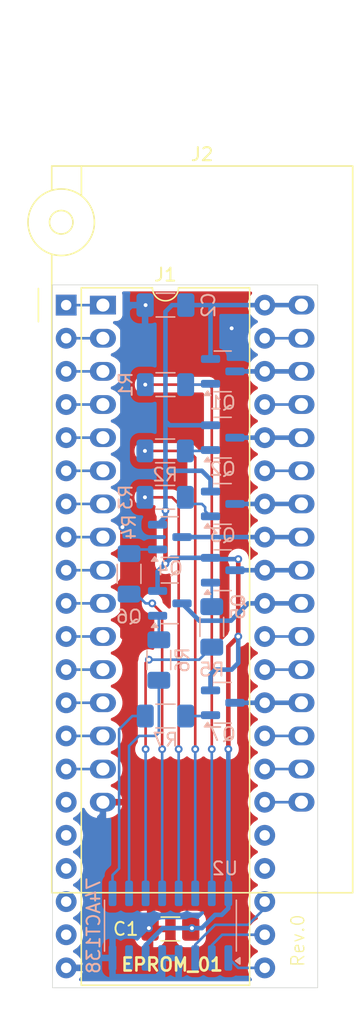
<source format=kicad_pcb>
(kicad_pcb (version 20240108) (generator "pcbnew") (generator_version "8.0")
  (layers (0 "F.Cu" signal) (31 "B.Cu" signal) (34 "B.Paste" user) (35 "F.Paste" user) (36 "B.SilkS" user "B.Silkscreen") (37 "F.SilkS" user "F.Silkscreen") (38 "B.Mask" user) (39 "F.Mask" user) (44 "Edge.Cuts" user))
  (net 0 "")
  (net 1 "GND")
  (net 2 "VCC")
  (net 3 "/ZIF_16")
  (net 4 "/ZIF_36")
  (net 5 "/ZIF_38")
  (net 6 "/ZIF_7")
  (net 7 "/ZIF_29")
  (net 8 "/ZIF_4")
  (net 9 "/ZIF_41")
  (net 10 "/ZIF_2")
  (net 11 "/ZIF_1")
  (net 12 "/ZIF_32")
  (net 13 "/ZIF_25")
  (net 14 "/ZIF_27")
  (net 15 "/ZIF_33")
  (net 16 "/ZIF_24")
  (net 17 "/ZIF_39")
  (net 18 "/ZIF_17")
  (net 19 "/ZIF_37")
  (net 20 "/ZIF_11")
  (net 21 "/ZIF_18")
  (net 22 "/ZIF_28")
  (net 23 "/ZIF_15")
  (net 24 "/ZIF_31")
  (net 25 "/ZIF_23")
  (net 26 "/ZIF_30")
  (net 27 "/ZIF_6")
  (net 28 "/ZIF_34")
  (net 29 "/ZIF_14")
  (net 30 "/ZIF_40")
  (net 31 "/ZIF_35")
  (net 32 "/ZIF_19")
  (net 33 "/ZIF_5")
  (net 34 "/ZIF_12")
  (net 35 "/ZIF_9")
  (net 36 "/ZIF_26")
  (net 37 "/ZIF_20")
  (net 38 "/ZIF_8")
  (net 39 "/ZIF_10")
  (net 40 "/ZIF_22")
  (net 41 "/ZIF_3")
  (net 42 "/ZIF_13")
  (net 43 "Net-(Q1-B)")
  (net 44 "Net-(Q2-B)")
  (net 45 "Net-(Q3-B)")
  (net 46 "Net-(Q4-B)")
  (net 47 "Net-(Q5-B)")
  (net 48 "Net-(Q6-B)")
  (net 49 "Net-(Q7-B)")
  (net 50 "/~{PWR_0}")
  (net 51 "/~{PWR_1}")
  (net 52 "/~{PWR_2}")
  (net 53 "/~{PWR_3}")
  (net 54 "/~{PWR_4}")
  (net 55 "/~{PWR_5}")
  (net 56 "/~{PWR_6}")
  (footprint "Package_DIP:DIP-42_W15.24mm" (layer "F.Cu") (at 147.32 49.022)
    (property "Reference" "J1" (at 7.62 -2.33 0) (layer "F.SilkS"))
    (property "Value" "dupico")
    (fp_line (start 1.16 -1.33) (end 1.16 52.13) (stroke (width 0.12)) (layer "F.SilkS"))
    (fp_line (start 1.16 52.13) (end 14.08 52.13) (stroke (width 0.12)) (layer "F.SilkS"))
    (fp_line (start 6.62 -1.33) (end 1.16 -1.33) (stroke (width 0.12)) (layer "F.SilkS"))
    (fp_line (start 14.08 -1.33) (end 8.62 -1.33) (stroke (width 0.12)) (layer "F.SilkS"))
    (fp_line (start 14.08 52.13) (end 14.08 -1.33) (stroke (width 0.12)) (layer "F.SilkS"))
    (fp_arc (start 8.62 -1.33) (mid 7.62 -0.33) (end 6.62 -1.33) (stroke (width 0.12)) (layer "F.SilkS"))
    (pad "1" thru_hole rect (at 0 0) (size 1.6 1.6) (drill 0.8) (layers "*.Cu" "*.Mask") (net 11 "/ZIF_1"))
    (pad "2" thru_hole oval (at 0 2.54) (size 1.6 1.6) (drill 0.8) (layers "*.Cu" "*.Mask") (net 10 "/ZIF_2"))
    (pad "3" thru_hole oval (at 0 5.08) (size 1.6 1.6) (drill 0.8) (layers "*.Cu" "*.Mask") (net 41 "/ZIF_3"))
    (pad "4" thru_hole oval (at 0 7.62) (size 1.6 1.6) (drill 0.8) (layers "*.Cu" "*.Mask") (net 8 "/ZIF_4"))
    (pad "5" thru_hole oval (at 0 10.16) (size 1.6 1.6) (drill 0.8) (layers "*.Cu" "*.Mask") (net 33 "/ZIF_5"))
    (pad "6" thru_hole oval (at 0 12.7) (size 1.6 1.6) (drill 0.8) (layers "*.Cu" "*.Mask") (net 27 "/ZIF_6"))
    (pad "7" thru_hole oval (at 0 15.24) (size 1.6 1.6) (drill 0.8) (layers "*.Cu" "*.Mask") (net 6 "/ZIF_7"))
    (pad "8" thru_hole oval (at 0 17.78) (size 1.6 1.6) (drill 0.8) (layers "*.Cu" "*.Mask") (net 38 "/ZIF_8"))
    (pad "9" thru_hole oval (at 0 20.32) (size 1.6 1.6) (drill 0.8) (layers "*.Cu" "*.Mask") (net 35 "/ZIF_9"))
    (pad "10" thru_hole oval (at 0 22.86) (size 1.6 1.6) (drill 0.8) (layers "*.Cu" "*.Mask") (net 39 "/ZIF_10"))
    (pad "11" thru_hole oval (at 0 25.4) (size 1.6 1.6) (drill 0.8) (layers "*.Cu" "*.Mask") (net 20 "/ZIF_11"))
    (pad "12" thru_hole oval (at 0 27.94) (size 1.6 1.6) (drill 0.8) (layers "*.Cu" "*.Mask") (net 34 "/ZIF_12"))
    (pad "13" thru_hole oval (at 0 30.48) (size 1.6 1.6) (drill 0.8) (layers "*.Cu" "*.Mask") (net 42 "/ZIF_13"))
    (pad "14" thru_hole oval (at 0 33.02) (size 1.6 1.6) (drill 0.8) (layers "*.Cu" "*.Mask") (net 29 "/ZIF_14"))
    (pad "15" thru_hole oval (at 0 35.56) (size 1.6 1.6) (drill 0.8) (layers "*.Cu" "*.Mask") (net 23 "/ZIF_15"))
    (pad "16" thru_hole oval (at 0 38.1) (size 1.6 1.6) (drill 0.8) (layers "*.Cu" "*.Mask") (net 3 "/ZIF_16"))
    (pad "17" thru_hole oval (at 0 40.64) (size 1.6 1.6) (drill 0.8) (layers "*.Cu" "*.Mask") (net 18 "/ZIF_17"))
    (pad "18" thru_hole oval (at 0 43.18) (size 1.6 1.6) (drill 0.8) (layers "*.Cu" "*.Mask") (net 21 "/ZIF_18"))
    (pad "19" thru_hole oval (at 0 45.72) (size 1.6 1.6) (drill 0.8) (layers "*.Cu" "*.Mask") (net 32 "/ZIF_19"))
    (pad "20" thru_hole oval (at 0 48.26) (size 1.6 1.6) (drill 0.8) (layers "*.Cu" "*.Mask") (net 37 "/ZIF_20"))
    (pad "21" thru_hole oval (at 0 50.8) (size 1.6 1.6) (drill 0.8) (layers "*.Cu" "*.Mask") (net 1 "GND"))
    (pad "22" thru_hole oval (at 15.24 50.8) (size 1.6 1.6) (drill 0.8) (layers "*.Cu" "*.Mask") (net 40 "/ZIF_22"))
    (pad "23" thru_hole oval (at 15.24 48.26) (size 1.6 1.6) (drill 0.8) (layers "*.Cu" "*.Mask") (net 25 "/ZIF_23"))
    (pad "24" thru_hole oval (at 15.24 45.72) (size 1.6 1.6) (drill 0.8) (layers "*.Cu" "*.Mask") (net 16 "/ZIF_24"))
    (pad "25" thru_hole oval (at 15.24 43.18) (size 1.6 1.6) (drill 0.8) (layers "*.Cu" "*.Mask") (net 13 "/ZIF_25"))
    (pad "26" thru_hole oval (at 15.24 40.64) (size 1.6 1.6) (drill 0.8) (layers "*.Cu" "*.Mask") (net 36 "/ZIF_26"))
    (pad "27" thru_hole oval (at 15.24 38.1) (size 1.6 1.6) (drill 0.8) (layers "*.Cu" "*.Mask") (net 14 "/ZIF_27"))
    (pad "28" thru_hole oval (at 15.24 35.56) (size 1.6 1.6) (drill 0.8) (layers "*.Cu" "*.Mask") (net 22 "/ZIF_28"))
    (pad "29" thru_hole oval (at 15.24 33.02) (size 1.6 1.6) (drill 0.8) (layers "*.Cu" "*.Mask") (net 7 "/ZIF_29"))
    (pad "30" thru_hole oval (at 15.24 30.48) (size 1.6 1.6) (drill 0.8) (layers "*.Cu" "*.Mask") (net 26 "/ZIF_30"))
    (pad "31" thru_hole oval (at 15.24 27.94) (size 1.6 1.6) (drill 0.8) (layers "*.Cu" "*.Mask") (net 24 "/ZIF_31"))
    (pad "32" thru_hole oval (at 15.24 25.4) (size 1.6 1.6) (drill 0.8) (layers "*.Cu" "*.Mask") (net 12 "/ZIF_32"))
    (pad "33" thru_hole oval (at 15.24 22.86) (size 1.6 1.6) (drill 0.8) (layers "*.Cu" "*.Mask") (net 15 "/ZIF_33"))
    (pad "34" thru_hole oval (at 15.24 20.32) (size 1.6 1.6) (drill 0.8) (layers "*.Cu" "*.Mask") (net 28 "/ZIF_34"))
    (pad "35" thru_hole oval (at 15.24 17.78) (size 1.6 1.6) (drill 0.8) (layers "*.Cu" "*.Mask") (net 31 "/ZIF_35"))
    (pad "36" thru_hole oval (at 15.24 15.24) (size 1.6 1.6) (drill 0.8) (layers "*.Cu" "*.Mask") (net 4 "/ZIF_36"))
    (pad "37" thru_hole oval (at 15.24 12.7) (size 1.6 1.6) (drill 0.8) (layers "*.Cu" "*.Mask") (net 19 "/ZIF_37"))
    (pad "38" thru_hole oval (at 15.24 10.16) (size 1.6 1.6) (drill 0.8) (layers "*.Cu" "*.Mask") (net 5 "/ZIF_38"))
    (pad "39" thru_hole oval (at 15.24 7.62) (size 1.6 1.6) (drill 0.8) (layers "*.Cu" "*.Mask") (net 17 "/ZIF_39"))
    (pad "40" thru_hole oval (at 15.24 5.08) (size 1.6 1.6) (drill 0.8) (layers "*.Cu" "*.Mask") (net 30 "/ZIF_40"))
    (pad "41" thru_hole oval (at 15.24 2.54) (size 1.6 1.6) (drill 0.8) (layers "*.Cu" "*.Mask") (net 9 "/ZIF_41"))
    (pad "42" thru_hole oval (at 15.24 0) (size 1.6 1.6) (drill 0.8) (layers "*.Cu" "*.Mask") (net 2 "VCC"))
  )
  (footprint "Socket:DIP_Socket-32_W11.9_W12.7_W15.24_W17.78_W18.5_3M_232-1285-00-0602J" (layer "F.Cu") (at 150.1394 49.022)
    (property "Reference" "J2" (at 7.62 -11.56 0) (layer "F.SilkS"))
    (property "Value" "ROM Socket")
    (fp_line (start -4.95 1.27) (end -4.95 -1.27) (stroke (width 0.12)) (layer "F.SilkS"))
    (fp_line (start -3.93 -10.66) (end -3.93 -8.8) (stroke (width 0.12)) (layer "F.SilkS"))
    (fp_line (start -3.93 -3.9) (end -3.93 45.04) (stroke (width 0.12)) (layer "F.SilkS"))
    (fp_line (start -3.93 45.04) (end 19.17 45.04) (stroke (width 0.12)) (layer "F.SilkS"))
    (fp_line (start -1.65 -10.66) (end -1.65 -8.4) (stroke (width 0.12)) (layer "F.SilkS"))
    (fp_line (start 19.17 -10.66) (end -3.93 -10.66) (stroke (width 0.12)) (layer "F.SilkS"))
    (fp_line (start 19.17 45.04) (end 19.17 -10.66) (stroke (width 0.12)) (layer "F.SilkS"))
    (fp_circle (center -3.2 -6.35) (end -2.3 -6.35) (stroke (width 0.12)) (fill none) (layer "F.SilkS"))
    (fp_circle (center -3.2 -6.35) (end -0.65 -6.35) (stroke (width 0.12)) (fill none) (layer "F.SilkS"))
    (pad "1" thru_hole rect (at 0 0) (size 2 1.44) (drill 1) (layers "*.Cu" "*.Mask") (net 11 "/ZIF_1"))
    (pad "2" thru_hole oval (at 0 2.54) (size 2 1.44) (drill 1) (layers "*.Cu" "*.Mask") (net 10 "/ZIF_2"))
    (pad "3" thru_hole oval (at 0 5.08) (size 2 1.44) (drill 1) (layers "*.Cu" "*.Mask") (net 41 "/ZIF_3"))
    (pad "4" thru_hole oval (at 0 7.62) (size 2 1.44) (drill 1) (layers "*.Cu" "*.Mask") (net 8 "/ZIF_4"))
    (pad "5" thru_hole oval (at 0 10.16) (size 2 1.44) (drill 1) (layers "*.Cu" "*.Mask") (net 33 "/ZIF_5"))
    (pad "6" thru_hole oval (at 0 12.7) (size 2 1.44) (drill 1) (layers "*.Cu" "*.Mask") (net 27 "/ZIF_6"))
    (pad "7" thru_hole oval (at 0 15.24) (size 2 1.44) (drill 1) (layers "*.Cu" "*.Mask") (net 6 "/ZIF_7"))
    (pad "8" thru_hole oval (at 0 17.78) (size 2 1.44) (drill 1) (layers "*.Cu" "*.Mask") (net 38 "/ZIF_8"))
    (pad "9" thru_hole oval (at 0 20.32) (size 2 1.44) (drill 1) (layers "*.Cu" "*.Mask") (net 35 "/ZIF_9"))
    (pad "10" thru_hole oval (at 0 22.86) (size 2 1.44) (drill 1) (layers "*.Cu" "*.Mask") (net 39 "/ZIF_10"))
    (pad "11" thru_hole oval (at 0 25.4) (size 2 1.44) (drill 1) (layers "*.Cu" "*.Mask") (net 20 "/ZIF_11"))
    (pad "12" thru_hole oval (at 0 27.94) (size 2 1.44) (drill 1) (layers "*.Cu" "*.Mask") (net 34 "/ZIF_12"))
    (pad "13" thru_hole oval (at 0 30.48) (size 2 1.44) (drill 1) (layers "*.Cu" "*.Mask") (net 42 "/ZIF_13"))
    (pad "14" thru_hole oval (at 0 33.02) (size 2 1.44) (drill 1) (layers "*.Cu" "*.Mask") (net 29 "/ZIF_14"))
    (pad "15" thru_hole oval (at 0 35.56) (size 2 1.44) (drill 1) (layers "*.Cu" "*.Mask") (net 23 "/ZIF_15"))
    (pad "16" thru_hole oval (at 0 38.1) (size 2 1.44) (drill 1) (layers "*.Cu" "*.Mask") (net 1 "GND"))
    (pad "17" thru_hole oval (at 15.24 38.1) (size 2 1.44) (drill 1) (layers "*.Cu" "*.Mask") (net 14 "/ZIF_27"))
    (pad "18" thru_hole oval (at 15.24 35.56) (size 2 1.44) (drill 1) (layers "*.Cu" "*.Mask") (net 22 "/ZIF_28"))
    (pad "19" thru_hole oval (at 15.24 33.02) (size 2 1.44) (drill 1) (layers "*.Cu" "*.Mask") (net 7 "/ZIF_29"))
    (pad "20" thru_hole oval (at 15.24 30.48) (size 2 1.44) (drill 1) (layers "*.Cu" "*.Mask") (net 26 "/ZIF_30"))
    (pad "21" thru_hole oval (at 15.24 27.94) (size 2 1.44) (drill 1) (layers "*.Cu" "*.Mask") (net 24 "/ZIF_31"))
    (pad "22" thru_hole oval (at 15.24 25.4) (size 2 1.44) (drill 1) (layers "*.Cu" "*.Mask") (net 12 "/ZIF_32"))
    (pad "23" thru_hole oval (at 15.24 22.86) (size 2 1.44) (drill 1) (layers "*.Cu" "*.Mask") (net 15 "/ZIF_33"))
    (pad "24" thru_hole oval (at 15.24 20.32) (size 2 1.44) (drill 1) (layers "*.Cu" "*.Mask") (net 28 "/ZIF_34"))
    (pad "25" thru_hole oval (at 15.24 17.78) (size 2 1.44) (drill 1) (layers "*.Cu" "*.Mask") (net 31 "/ZIF_35"))
    (pad "26" thru_hole oval (at 15.24 15.24) (size 2 1.44) (drill 1) (layers "*.Cu" "*.Mask") (net 4 "/ZIF_36"))
    (pad "27" thru_hole oval (at 15.24 12.7) (size 2 1.44) (drill 1) (layers "*.Cu" "*.Mask") (net 19 "/ZIF_37"))
    (pad "28" thru_hole oval (at 15.24 10.16) (size 2 1.44) (drill 1) (layers "*.Cu" "*.Mask") (net 5 "/ZIF_38"))
    (pad "29" thru_hole oval (at 15.24 7.62) (size 2 1.44) (drill 1) (layers "*.Cu" "*.Mask") (net 17 "/ZIF_39"))
    (pad "30" thru_hole oval (at 15.24 5.08) (size 2 1.44) (drill 1) (layers "*.Cu" "*.Mask") (net 30 "/ZIF_40"))
    (pad "31" thru_hole oval (at 15.24 2.54) (size 2 1.44) (drill 1) (layers "*.Cu" "*.Mask") (net 9 "/ZIF_41"))
    (pad "32" thru_hole oval (at 15.24 0) (size 2 1.44) (drill 1) (layers "*.Cu" "*.Mask") (net 2 "VCC"))
  )
  (footprint "Capacitor_SMD:C_1206_3216Metric_Pad1.33x1.80mm_HandSolder" (layer "F.Cu") (at 155.321 96.839 180)
    (property "Reference" "C1" (at 3.429 0 180) (layer "F.SilkS"))
    (property "Value" "100nF")
    (fp_line (start -0.711252 0.91) (end 0.711252 0.91) (stroke (width 0.12)) (layer "F.SilkS"))
    (fp_line (start -0.711252 -0.91) (end 0.711252 -0.91) (stroke (width 0.12)) (layer "F.SilkS"))
    (pad "1" smd roundrect (at -1.5625 0 180) (size 1.325 1.8) (layers "F.Cu" "F.Paste" "F.Mask") (roundrect_rratio 0.188679) (net 2 "VCC"))
    (pad "2" smd roundrect (at 1.5625 0 180) (size 1.325 1.8) (layers "F.Cu" "F.Paste" "F.Mask") (roundrect_rratio 0.188679) (net 1 "GND"))
  )
  (footprint "Resistor_SMD:R_1206_3216Metric_Pad1.30x1.75mm_HandSolder" (layer "B.Cu") (at 154.432 76.226 90)
    (property "Reference" "R6" (at 0 1.82 90) (layer "B.SilkS") (effects (justify mirror)))
    (property "Value" "1k")
    (fp_line (start 0.727064 -0.91) (end -0.727064 -0.91) (stroke (width 0.12)) (layer "B.SilkS"))
    (fp_line (start 0.727064 0.91) (end -0.727064 0.91) (stroke (width 0.12)) (layer "B.SilkS"))
    (pad "1" smd roundrect (at -1.55 0 90) (size 1.3 1.75) (layers "B.Cu" "B.Paste" "B.Mask") (roundrect_rratio 0.192308) (net 55 "/~{PWR_5}"))
    (pad "2" smd roundrect (at 1.55 0 90) (size 1.3 1.75) (layers "B.Cu" "B.Paste" "B.Mask") (roundrect_rratio 0.192308) (net 48 "Net-(Q6-B)"))
  )
  (footprint "Resistor_SMD:R_1206_3216Metric_Pad1.30x1.75mm_HandSolder" (layer "B.Cu") (at 158.496 73.686 90)
    (property "Reference" "R5" (at -3.276 0 180) (layer "B.SilkS") (effects (justify mirror)))
    (property "Value" "1k")
    (fp_line (start 0.727064 -0.91) (end -0.727064 -0.91) (stroke (width 0.12)) (layer "B.SilkS"))
    (fp_line (start 0.727064 0.91) (end -0.727064 0.91) (stroke (width 0.12)) (layer "B.SilkS"))
    (pad "1" smd roundrect (at -1.55 0 90) (size 1.3 1.75) (layers "B.Cu" "B.Paste" "B.Mask") (roundrect_rratio 0.192308) (net 54 "/~{PWR_4}"))
    (pad "2" smd roundrect (at 1.55 0 90) (size 1.3 1.75) (layers "B.Cu" "B.Paste" "B.Mask") (roundrect_rratio 0.192308) (net 47 "Net-(Q5-B)"))
  )
  (footprint "Package_TO_SOT_SMD:SOT-23" (layer "B.Cu") (at 155.2725 71.882)
    (property "Reference" "Q6" (at -3.1265 1.016 0) (layer "B.SilkS") (effects (justify mirror)))
    (property "Value" "MMBT3906")
    (fp_line (start -0.65 -1.56) (end 0 -1.56) (stroke (width 0.12)) (layer "B.SilkS"))
    (fp_line (start -0.65 1.56) (end 0 1.56) (stroke (width 0.12)) (layer "B.SilkS"))
    (fp_line (start 0.65 -1.56) (end 0 -1.56) (stroke (width 0.12)) (layer "B.SilkS"))
    (fp_line (start 0.65 1.56) (end 0 1.56) (stroke (width 0.12)) (layer "B.SilkS"))
    (fp_poly (pts (xy -1.1625 1.51) (xy -1.4025 1.84) (xy -0.9225 1.84) (xy -1.1625 1.51)) (stroke (width 0.12)) (fill solid) (layer "B.SilkS"))
    (pad "1" smd roundrect (at -0.9375 0.95) (size 1.475 0.6) (layers "B.Cu" "B.Paste" "B.Mask") (net 48 "Net-(Q6-B)"))
    (pad "2" smd roundrect (at -0.9375 -0.95) (size 1.475 0.6) (layers "B.Cu" "B.Paste" "B.Mask") (net 2 "VCC"))
    (pad "3" smd roundrect (at 0.9375 0) (size 1.475 0.6) (layers "B.Cu" "B.Paste" "B.Mask") (net 15 "/ZIF_33"))
  )
  (footprint "Resistor_SMD:R_1206_3216Metric_Pad1.30x1.75mm_HandSolder" (layer "B.Cu") (at 154.94 55.118)
    (property "Reference" "R1" (at -3.048 0 90) (layer "B.SilkS") (effects (justify mirror)))
    (property "Value" "1k" (hide yes))
    (fp_line (start 0.727064 -0.91) (end -0.727064 -0.91) (stroke (width 0.12)) (layer "B.SilkS"))
    (fp_line (start 0.727064 0.91) (end -0.727064 0.91) (stroke (width 0.12)) (layer "B.SilkS"))
    (pad "1" smd roundrect (at -1.55 0) (size 1.3 1.75) (layers "B.Cu" "B.Paste" "B.Mask") (roundrect_rratio 0.192308) (net 50 "/~{PWR_0}"))
    (pad "2" smd roundrect (at 1.55 0) (size 1.3 1.75) (layers "B.Cu" "B.Paste" "B.Mask") (roundrect_rratio 0.192308) (net 43 "Net-(Q1-B)"))
  )
  (footprint "Package_TO_SOT_SMD:SOT-23" (layer "B.Cu") (at 159.3365 54.102)
    (property "Reference" "Q1" (at 0 2.4 0) (layer "B.SilkS") (effects (justify mirror)))
    (property "Value" "MMBT3906")
    (fp_line (start -0.65 -1.56) (end 0 -1.56) (stroke (width 0.12)) (layer "B.SilkS"))
    (fp_line (start -0.65 1.56) (end 0 1.56) (stroke (width 0.12)) (layer "B.SilkS"))
    (fp_line (start 0.65 -1.56) (end 0 -1.56) (stroke (width 0.12)) (layer "B.SilkS"))
    (fp_line (start 0.65 1.56) (end 0 1.56) (stroke (width 0.12)) (layer "B.SilkS"))
    (fp_poly (pts (xy -1.1625 1.51) (xy -1.4025 1.84) (xy -0.9225 1.84) (xy -1.1625 1.51)) (stroke (width 0.12)) (fill solid) (layer "B.SilkS"))
    (pad "1" smd roundrect (at -0.9375 0.95) (size 1.475 0.6) (layers "B.Cu" "B.Paste" "B.Mask") (net 43 "Net-(Q1-B)"))
    (pad "2" smd roundrect (at -0.9375 -0.95) (size 1.475 0.6) (layers "B.Cu" "B.Paste" "B.Mask") (net 2 "VCC"))
    (pad "3" smd roundrect (at 0.9375 0) (size 1.475 0.6) (layers "B.Cu" "B.Paste" "B.Mask") (net 30 "/ZIF_40"))
  )
  (footprint "Resistor_SMD:R_1206_3216Metric_Pad1.30x1.75mm_HandSolder" (layer "B.Cu") (at 152.146 69.622 90)
    (property "Reference" "R4" (at 3.582 0 90) (layer "B.SilkS") (effects (justify mirror)))
    (property "Value" "1k")
    (fp_line (start 0.727064 -0.91) (end -0.727064 -0.91) (stroke (width 0.12)) (layer "B.SilkS"))
    (fp_line (start 0.727064 0.91) (end -0.727064 0.91) (stroke (width 0.12)) (layer "B.SilkS"))
    (pad "1" smd roundrect (at -1.55 0 90) (size 1.3 1.75) (layers "B.Cu" "B.Paste" "B.Mask") (roundrect_rratio 0.192308) (net 53 "/~{PWR_3}"))
    (pad "2" smd roundrect (at 1.55 0 90) (size 1.3 1.75) (layers "B.Cu" "B.Paste" "B.Mask") (roundrect_rratio 0.192308) (net 46 "Net-(Q4-B)"))
  )
  (footprint "Package_SO:SOIC-16_3.9x9.9mm_P1.27mm" (layer "B.Cu") (at 155.321 96.585 90)
    (property "Reference" "U2" (at 4.383 4.191 180) (layer "B.SilkS") (effects (justify mirror)))
    (property "Value" "74ACT138" (at 0 -5.9 90) (layer "B.SilkS") (effects (justify mirror)))
    (fp_line (start 1.95 -5.06) (end 0 -5.06) (stroke (width 0.12)) (layer "B.SilkS"))
    (fp_line (start -1.95 -5.06) (end 0 -5.06) (stroke (width 0.12)) (layer "B.SilkS"))
    (fp_line (start 1.95 5.06) (end 0 5.06) (stroke (width 0.12)) (layer "B.SilkS"))
    (fp_line (start -1.95 5.06) (end 0 5.06) (stroke (width 0.12)) (layer "B.SilkS"))
    (fp_poly (pts (xy -2.7 5.005) (xy -2.94 5.335) (xy -2.46 5.335) (xy -2.7 5.005)) (stroke (width 0.12)) (fill solid) (layer "B.SilkS"))
    (pad "1" smd roundrect (at -2.475 4.445 90) (size 1.95 0.6) (layers "B.Cu" "B.Paste" "B.Mask") (net 40 "/ZIF_22"))
    (pad "2" smd roundrect (at -2.475 3.175 90) (size 1.95 0.6) (layers "B.Cu" "B.Paste" "B.Mask") (net 25 "/ZIF_23"))
    (pad "3" smd roundrect (at -2.475 1.905 90) (size 1.95 0.6) (layers "B.Cu" "B.Paste" "B.Mask") (net 16 "/ZIF_24"))
    (pad "4" smd roundrect (at -2.475 0.635 90) (size 1.95 0.6) (layers "B.Cu" "B.Paste" "B.Mask") (net 1 "GND"))
    (pad "5" smd roundrect (at -2.475 -0.635 90) (size 1.95 0.6) (layers "B.Cu" "B.Paste" "B.Mask") (net 1 "GND"))
    (pad "6" smd roundrect (at -2.475 -1.905 90) (size 1.95 0.6) (layers "B.Cu" "B.Paste" "B.Mask") (net 2 "VCC"))
    (pad "7" smd roundrect (at -2.475 -3.175 90) (size 1.95 0.6) (layers "B.Cu" "B.Paste" "B.Mask"))
    (pad "8" smd roundrect (at -2.475 -4.445 90) (size 1.95 0.6) (layers "B.Cu" "B.Paste" "B.Mask") (net 1 "GND"))
    (pad "9" smd roundrect (at 2.475 -4.445 90) (size 1.95 0.6) (layers "B.Cu" "B.Paste" "B.Mask") (net 56 "/~{PWR_6}"))
    (pad "10" smd roundrect (at 2.475 -3.175 90) (size 1.95 0.6) (layers "B.Cu" "B.Paste" "B.Mask") (net 55 "/~{PWR_5}"))
    (pad "11" smd roundrect (at 2.475 -1.905 90) (size 1.95 0.6) (layers "B.Cu" "B.Paste" "B.Mask") (net 54 "/~{PWR_4}"))
    (pad "12" smd roundrect (at 2.475 -0.635 90) (size 1.95 0.6) (layers "B.Cu" "B.Paste" "B.Mask") (net 53 "/~{PWR_3}"))
    (pad "13" smd roundrect (at 2.475 0.635 90) (size 1.95 0.6) (layers "B.Cu" "B.Paste" "B.Mask") (net 52 "/~{PWR_2}"))
    (pad "14" smd roundrect (at 2.475 1.905 90) (size 1.95 0.6) (layers "B.Cu" "B.Paste" "B.Mask") (net 51 "/~{PWR_1}"))
    (pad "15" smd roundrect (at 2.475 3.175 90) (size 1.95 0.6) (layers "B.Cu" "B.Paste" "B.Mask") (net 50 "/~{PWR_0}"))
    (pad "16" smd roundrect (at 2.475 4.445 90) (size 1.95 0.6) (layers "B.Cu" "B.Paste" "B.Mask") (net 2 "VCC"))
  )
  (footprint "Package_TO_SOT_SMD:SOT-23" (layer "B.Cu") (at 159.3365 79.502)
    (property "Reference" "Q7" (at 0 2.4 0) (layer "B.SilkS") (effects (justify mirror)))
    (property "Value" "MMBT3906")
    (fp_line (start -0.65 -1.56) (end 0 -1.56) (stroke (width 0.12)) (layer "B.SilkS"))
    (fp_line (start -0.65 1.56) (end 0 1.56) (stroke (width 0.12)) (layer "B.SilkS"))
    (fp_line (start 0.65 -1.56) (end 0 -1.56) (stroke (width 0.12)) (layer "B.SilkS"))
    (fp_line (start 0.65 1.56) (end 0 1.56) (stroke (width 0.12)) (layer "B.SilkS"))
    (fp_poly (pts (xy -1.1625 1.51) (xy -1.4025 1.84) (xy -0.9225 1.84) (xy -1.1625 1.51)) (stroke (width 0.12)) (fill solid) (layer "B.SilkS"))
    (pad "1" smd roundrect (at -0.9375 0.95) (size 1.475 0.6) (layers "B.Cu" "B.Paste" "B.Mask") (net 49 "Net-(Q7-B)"))
    (pad "2" smd roundrect (at -0.9375 -0.95) (size 1.475 0.6) (layers "B.Cu" "B.Paste" "B.Mask") (net 2 "VCC"))
    (pad "3" smd roundrect (at 0.9375 0) (size 1.475 0.6) (layers "B.Cu" "B.Paste" "B.Mask") (net 26 "/ZIF_30"))
  )
  (footprint "Package_TO_SOT_SMD:SOT-23" (layer "B.Cu") (at 159.3365 69.342)
    (property "Reference" "Q5" (at 1.1915 2.794 90) (layer "B.SilkS") (effects (justify mirror)))
    (property "Value" "MMBT3906")
    (fp_line (start -0.65 -1.56) (end 0 -1.56) (stroke (width 0.12)) (layer "B.SilkS"))
    (fp_line (start -0.65 1.56) (end 0 1.56) (stroke (width 0.12)) (layer "B.SilkS"))
    (fp_line (start 0.65 -1.56) (end 0 -1.56) (stroke (width 0.12)) (layer "B.SilkS"))
    (fp_line (start 0.65 1.56) (end 0 1.56) (stroke (width 0.12)) (layer "B.SilkS"))
    (fp_poly (pts (xy -1.1625 1.51) (xy -1.4025 1.84) (xy -0.9225 1.84) (xy -1.1625 1.51)) (stroke (width 0.12)) (fill solid) (layer "B.SilkS"))
    (pad "1" smd roundrect (at -0.9375 0.95) (size 1.475 0.6) (layers "B.Cu" "B.Paste" "B.Mask") (net 47 "Net-(Q5-B)"))
    (pad "2" smd roundrect (at -0.9375 -0.95) (size 1.475 0.6) (layers "B.Cu" "B.Paste" "B.Mask") (net 2 "VCC"))
    (pad "3" smd roundrect (at 0.9375 0) (size 1.475 0.6) (layers "B.Cu" "B.Paste" "B.Mask") (net 28 "/ZIF_34"))
  )
  (footprint "Resistor_SMD:R_1206_3216Metric_Pad1.30x1.75mm_HandSolder" (layer "B.Cu") (at 154.94 80.518)
    (property "Reference" "R7" (at 0 1.82 0) (layer "B.SilkS") (effects (justify mirror)))
    (property "Value" "1k")
    (fp_line (start 0.727064 -0.91) (end -0.727064 -0.91) (stroke (width 0.12)) (layer "B.SilkS"))
    (fp_line (start 0.727064 0.91) (end -0.727064 0.91) (stroke (width 0.12)) (layer "B.SilkS"))
    (pad "1" smd roundrect (at -1.55 0) (size 1.3 1.75) (layers "B.Cu" "B.Paste" "B.Mask") (roundrect_rratio 0.192308) (net 56 "/~{PWR_6}"))
    (pad "2" smd roundrect (at 1.55 0) (size 1.3 1.75) (layers "B.Cu" "B.Paste" "B.Mask") (roundrect_rratio 0.192308) (net 49 "Net-(Q7-B)"))
  )
  (footprint "Capacitor_SMD:C_1206_3216Metric_Pad1.33x1.80mm_HandSolder" (layer "B.Cu") (at 154.94 49.022 180)
    (property "Reference" "C2" (at -3.302 0 90) (layer "B.SilkS") (effects (justify mirror)))
    (property "Value" "100nF")
    (fp_line (start 0.711252 0.91) (end -0.711252 0.91) (stroke (width 0.12)) (layer "B.SilkS"))
    (fp_line (start 0.711252 -0.91) (end -0.711252 -0.91) (stroke (width 0.12)) (layer "B.SilkS"))
    (pad "1" smd roundrect (at -1.5625 0 180) (size 1.325 1.8) (layers "B.Cu" "B.Paste" "B.Mask") (roundrect_rratio 0.188679) (net 2 "VCC"))
    (pad "2" smd roundrect (at 1.5625 0 180) (size 1.325 1.8) (layers "B.Cu" "B.Paste" "B.Mask") (roundrect_rratio 0.188679) (net 1 "GND"))
  )
  (footprint "Resistor_SMD:R_1206_3216Metric_Pad1.30x1.75mm_HandSolder" (layer "B.Cu") (at 154.914 63.754)
    (property "Reference" "R3" (at -3.022 0 90) (layer "B.SilkS") (effects (justify mirror)))
    (property "Value" "1k")
    (fp_line (start 0.727064 -0.91) (end -0.727064 -0.91) (stroke (width 0.12)) (layer "B.SilkS"))
    (fp_line (start 0.727064 0.91) (end -0.727064 0.91) (stroke (width 0.12)) (layer "B.SilkS"))
    (pad "1" smd roundrect (at -1.55 0) (size 1.3 1.75) (layers "B.Cu" "B.Paste" "B.Mask") (roundrect_rratio 0.192308) (net 52 "/~{PWR_2}"))
    (pad "2" smd roundrect (at 1.55 0) (size 1.3 1.75) (layers "B.Cu" "B.Paste" "B.Mask") (roundrect_rratio 0.192308) (net 45 "Net-(Q3-B)"))
  )
  (footprint "Resistor_SMD:R_1206_3216Metric_Pad1.30x1.75mm_HandSolder" (layer "B.Cu") (at 154.914 60.198)
    (property "Reference" "R2" (at 0 1.82 0) (layer "B.SilkS") (effects (justify mirror)))
    (property "Value" "1k")
    (fp_line (start 0.727064 -0.91) (end -0.727064 -0.91) (stroke (width 0.12)) (layer "B.SilkS"))
    (fp_line (start 0.727064 0.91) (end -0.727064 0.91) (stroke (width 0.12)) (layer "B.SilkS"))
    (pad "1" smd roundrect (at -1.55 0) (size 1.3 1.75) (layers "B.Cu" "B.Paste" "B.Mask") (roundrect_rratio 0.192308) (net 51 "/~{PWR_1}"))
    (pad "2" smd roundrect (at 1.55 0) (size 1.3 1.75) (layers "B.Cu" "B.Paste" "B.Mask") (roundrect_rratio 0.192308) (net 44 "Net-(Q2-B)"))
  )
  (footprint "Package_TO_SOT_SMD:SOT-23" (layer "B.Cu") (at 155.2725 66.802)
    (property "Reference" "Q4" (at 0 2.4 0) (layer "B.SilkS") (effects (justify mirror)))
    (property "Value" "MMBT3906")
    (fp_line (start -0.65 -1.56) (end 0 -1.56) (stroke (width 0.12)) (layer "B.SilkS"))
    (fp_line (start -0.65 1.56) (end 0 1.56) (stroke (width 0.12)) (layer "B.SilkS"))
    (fp_line (start 0.65 -1.56) (end 0 -1.56) (stroke (width 0.12)) (layer "B.SilkS"))
    (fp_line (start 0.65 1.56) (end 0 1.56) (stroke (width 0.12)) (layer "B.SilkS"))
    (fp_poly (pts (xy -1.1625 1.51) (xy -1.4025 1.84) (xy -0.9225 1.84) (xy -1.1625 1.51)) (stroke (width 0.12)) (fill solid) (layer "B.SilkS"))
    (pad "1" smd roundrect (at -0.9375 0.95) (size 1.475 0.6) (layers "B.Cu" "B.Paste" "B.Mask") (net 46 "Net-(Q4-B)"))
    (pad "2" smd roundrect (at -0.9375 -0.95) (size 1.475 0.6) (layers "B.Cu" "B.Paste" "B.Mask") (net 2 "VCC"))
    (pad "3" smd roundrect (at 0.9375 0) (size 1.475 0.6) (layers "B.Cu" "B.Paste" "B.Mask") (net 31 "/ZIF_35"))
  )
  (footprint "Package_TO_SOT_SMD:SOT-23" (layer "B.Cu") (at 159.3365 59.182)
    (property "Reference" "Q2" (at 0 2.4 0) (layer "B.SilkS") (effects (justify mirror)))
    (property "Value" "MMBT3906")
    (fp_line (start -0.65 -1.56) (end 0 -1.56) (stroke (width 0.12)) (layer "B.SilkS"))
    (fp_line (start -0.65 1.56) (end 0 1.56) (stroke (width 0.12)) (layer "B.SilkS"))
    (fp_line (start 0.65 -1.56) (end 0 -1.56) (stroke (width 0.12)) (layer "B.SilkS"))
    (fp_line (start 0.65 1.56) (end 0 1.56) (stroke (width 0.12)) (layer "B.SilkS"))
    (fp_poly (pts (xy -1.1625 1.51) (xy -1.4025 1.84) (xy -0.9225 1.84) (xy -1.1625 1.51)) (stroke (width 0.12)) (fill solid) (layer "B.SilkS"))
    (pad "1" smd roundrect (at -0.9375 0.95) (size 1.475 0.6) (layers "B.Cu" "B.Paste" "B.Mask") (net 44 "Net-(Q2-B)"))
    (pad "2" smd roundrect (at -0.9375 -0.95) (size 1.475 0.6) (layers "B.Cu" "B.Paste" "B.Mask") (net 2 "VCC"))
    (pad "3" smd roundrect (at 0.9375 0) (size 1.475 0.6) (layers "B.Cu" "B.Paste" "B.Mask") (net 5 "/ZIF_38"))
  )
  (footprint "Package_TO_SOT_SMD:SOT-23" (layer "B.Cu") (at 159.3365 64.262)
    (property "Reference" "Q3" (at 0 2.4 0) (layer "B.SilkS") (effects (justify mirror)))
    (property "Value" "MMBT3906")
    (fp_line (start -0.65 -1.56) (end 0 -1.56) (stroke (width 0.12)) (layer "B.SilkS"))
    (fp_line (start -0.65 1.56) (end 0 1.56) (stroke (width 0.12)) (layer "B.SilkS"))
    (fp_line (start 0.65 -1.56) (end 0 -1.56) (stroke (width 0.12)) (layer "B.SilkS"))
    (fp_line (start 0.65 1.56) (end 0 1.56) (stroke (width 0.12)) (layer "B.SilkS"))
    (fp_poly (pts (xy -1.1625 1.51) (xy -1.4025 1.84) (xy -0.9225 1.84) (xy -1.1625 1.51)) (stroke (width 0.12)) (fill solid) (layer "B.SilkS"))
    (pad "1" smd roundrect (at -0.9375 0.95) (size 1.475 0.6) (layers "B.Cu" "B.Paste" "B.Mask") (net 45 "Net-(Q3-B)"))
    (pad "2" smd roundrect (at -0.9375 -0.95) (size 1.475 0.6) (layers "B.Cu" "B.Paste" "B.Mask") (net 2 "VCC"))
    (pad "3" smd roundrect (at 0.9375 0) (size 1.475 0.6) (layers "B.Cu" "B.Paste" "B.Mask") (net 4 "/ZIF_36"))
  )
  (gr_line (start 146.27 47.472) (end 146.27 101.346) (stroke (width 0.05)) (layer "Edge.Cuts"))
  (gr_line (start 166.624 101.346) (end 146.27 101.346) (stroke (width 0.05)) (layer "Edge.Cuts"))
  (gr_line (start 166.624 101.346) (end 166.624 47.472) (stroke (width 0.05)) (layer "Edge.Cuts"))
  (gr_line (start 146.27 47.472) (end 166.624 47.472) (stroke (width 0.05)) (layer "Edge.Cuts"))
  (gr_text "EPROM_01" (at 155.448 99.568 0) (layer "F.SilkS") (effects (font (size 1 1) (thickness 0.2) (bold yes))))
  (gr_text "Rev.0" (at 165.1 99.822 90) (layer "F.SilkS") (effects (font (size 1 1) (thickness 0.1)) (justify left)))
  (segment (start 159.766 49.276) (end 159.766 50.546) (width 0.35) (layer "F.Cu") (net 1))
  (segment (start 151.638 74.422) (end 151.892 74.676) (width 0.35) (layer "F.Cu") (net 1))
  (segment (start 159.766 50.546) (end 160.02 50.8) (width 0.35) (layer "F.Cu") (net 1))
  (segment (start 151.892 74.676) (end 151.892 76.454) (width 0.35) (layer "F.Cu") (net 1))
  (segment (start 151.892 86.868) (end 151.638 87.122) (width 0.35) (layer "F.Cu") (net 1))
  (segment (start 151.638 66.04) (end 151.638 74.422) (width 0.35) (layer "F.Cu") (net 1))
  (segment (start 159.512 49.022) (end 159.766 49.276) (width 0.35) (layer "F.Cu") (net 1))
  (segment (start 151.892 76.454) (end 151.892 86.868) (width 0.35) (layer "F.Cu") (net 1))
  (segment (start 151.638 87.122) (end 151.4348 87.122) (width 0.35) (layer "F.Cu") (net 1))
  (segment (start 153.416 49.022) (end 159.512 49.022) (width 0.35) (layer "F.Cu") (net 1))
  (segment (start 151.892 75.946) (end 151.892 76.454) (width 0.35) (layer "F.Cu") (net 1))
  (segment (start 151.4348 87.122) (end 150.1394 87.122) (width 0.35) (layer "F.Cu") (net 1))
  (segment (start 151.4348 87.122) (end 149.86 87.122) (width 0.35) (layer "F.Cu") (net 1))
  (via (at 151.638 66.04) (size 0.6) (drill 0.3) (layers "F.Cu" "B.Cu") (net 1))
  (via (at 153.416 49.022) (size 0.6) (drill 0.3) (layers "F.Cu" "B.Cu") (net 1))
  (via (at 153.67 96.774) (size 0.6) (drill 0.3) (layers "F.Cu" "B.Cu") (net 1))
  (via (at 160.02 50.8) (size 0.6) (drill 0.3) (layers "F.Cu" "B.Cu") (net 1))
  (segment (start 149.86 88.2904) (end 150.1394 88.011) (width 0.35) (layer "B.Cu") (net 1))
  (segment (start 151.638 50.292) (end 151.638 66.04) (width 0.35) (layer "B.Cu") (net 1))
  (segment (start 150.876 100.33) (end 151.006 100.46) (width 0.35) (layer "B.Cu") (net 1))
  (segment (start 149.352 99.822) (end 149.86 99.314) (width 0.35) (layer "B.Cu") (net 1))
  (segment (start 150.876 99.06) (end 150.876 97.282) (width 0.35) (layer "B.Cu") (net 1))
  (segment (start 151.384 96.774) (end 153.67 96.774) (width 0.35) (layer "B.Cu") (net 1))
  (segment (start 147.32 99.822) (end 149.352 99.822) (width 0.35) (layer "B.Cu") (net 1))
  (segment (start 154.686 100.034999) (end 154.686 99.06) (width 0.35) (layer "B.Cu") (net 1))
  (segment (start 150.876 97.282) (end 151.384 96.774) (width 0.35) (layer "B.Cu") (net 1))
  (segment (start 151.892 49.53) (end 151.892 50.038) (width 0.35) (layer "B.Cu") (net 1))
  (segment (start 149.86 98.806) (end 150.114 99.06) (width 0.35) (layer "B.Cu") (net 1))
  (segment (start 149.86 98.298) (end 149.86 98.806) (width 0.35) (layer "B.Cu") (net 1))
  (segment (start 155.956 99.06) (end 154.686 99.06) (width 0.35) (layer "B.Cu") (net 1))
  (segment (start 149.86 99.314) (end 149.86 98.298) (width 0.35) (layer "B.Cu") (net 1))
  (segment (start 150.876 99.06) (end 150.876 100.33) (width 0.35) (layer "B.Cu") (net 1))
  (segment (start 153.3775 49.022) (end 152.4 49.022) (width 0.35) (layer "B.Cu") (net 1))
  (segment (start 150.1394 88.011) (end 150.1394 87.122) (width 0.35) (layer "B.Cu") (net 1))
  (segment (start 151.006 100.46) (end 154.260999 100.46) (width 0.35) (layer "B.Cu") (net 1))
  (segment (start 152.4 49.022) (end 151.892 49.53) (width 0.35) (layer "B.Cu") (net 1))
  (segment (start 154.260999 100.46) (end 154.686 100.034999) (width 0.35) (layer "B.Cu") (net 1))
  (segment (start 151.892 50.038) (end 151.638 50.292) (width 0.35) (layer "B.Cu") (net 1))
  (segment (start 149.86 98.298) (end 149.86 88.2904) (width 0.35) (layer "B.Cu") (net 1))
  (segment (start 150.114 99.06) (end 150.876 99.06) (width 0.35) (layer "B.Cu") (net 1))
  (segment (start 160.528 74.422) (end 160.528 68.492) (width 0.35) (layer "F.Cu") (net 2))
  (segment (start 159.766 83.058) (end 159.766 75.184) (width 0.35) (layer "F.Cu") (net 2))
  (segment (start 154.94 68.834) (end 154.94 64.77) (width 0.35) (layer "F.Cu") (net 2))
  (segment (start 159.766 75.184) (end 160.528 74.422) (width 0.35) (layer "F.Cu") (net 2))
  (via (at 160.528 68.492) (size 0.6) (drill 0.3) (layers "F.Cu" "B.Cu") (net 2))
  (via (at 154.94 64.77) (size 0.6) (drill 0.3) (layers "F.Cu" "B.Cu") (net 2))
  (via (at 159.766 83.058) (size 0.6) (drill 0.3) (layers "F.Cu" "B.Cu") (net 2))
  (via (at 156.972 96.774) (size 0.6) (drill 0.3) (layers "F.Cu" "B.Cu") (net 2))
  (via (at 154.94 68.834) (size 0.6) (drill 0.3) (layers "F.Cu" "B.Cu") (net 2))
  (via (at 160.528 74.422) (size 0.6) (drill 0.3) (layers "F.Cu" "B.Cu") (net 2))
  (segment (start 153.416 98.085001) (end 154.727001 96.774) (width 0.35) (layer "B.Cu") (net 2))
  (segment (start 154.94 64.77) (end 154.94 65.247) (width 0.35) (layer "B.Cu") (net 2))
  (segment (start 158.496 49.022) (end 165.3794 49.022) (width 0.35) (layer "B.Cu") (net 2))
  (segment (start 154.94 55.554522) (end 154.94 57.912) (width 0.35) (layer "B.Cu") (net 2))
  (segment (start 155.448 49.022) (end 156.5025 49.022) (width 0.35) (layer "B.Cu") (net 2))
  (segment (start 158.399 78.552) (end 158.399 77.313) (width 0.35) (layer "B.Cu") (net 2))
  (segment (start 159.258 95.758) (end 158.75 95.758) (width 0.35) (layer "B.Cu") (net 2))
  (segment (start 158.499 68.492) (end 158.399 68.392) (width 0.35) (layer "B.Cu") (net 2))
  (segment (start 153.416 99.06) (end 153.416 98.085001) (width 0.35) (layer "B.Cu") (net 2))
  (segment (start 158.399 49.119) (end 158.496 49.022) (width 0.35) (layer "B.Cu") (net 2))
  (segment (start 160.528 76.454) (end 160.528 74.422) (width 0.35) (layer "B.Cu") (net 2))
  (segment (start 154.94 61.722) (end 157.734 61.722) (width 0.35) (layer "B.Cu") (net 2))
  (segment (start 159.766 94.11) (end 159.766 95.25) (width 0.35) (layer "B.Cu") (net 2))
  (segment (start 157.734 96.774) (end 156.972 96.774) (width 0.35) (layer "B.Cu") (net 2))
  (segment (start 154.335 70.932) (end 154.335 69.439) (width 0.35) (layer "B.Cu") (net 2))
  (segment (start 158.399 62.387) (end 158.399 63.312) (width 0.35) (layer "B.Cu") (net 2))
  (segment (start 154.94 57.912) (end 154.94 61.722) (width 0.35) (layer "B.Cu") (net 2))
  (segment (start 158.399 77.313) (end 158.75 76.962) (width 0.35) (layer "B.Cu") (net 2))
  (segment (start 154.94 61.722) (end 154.94 64.77) (width 0.35) (layer "B.Cu") (net 2))
  (segment (start 154.94 55.554522) (end 154.94 49.53) (width 0.35) (layer "B.Cu") (net 2))
  (segment (start 155.382 68.392) (end 158.399 68.392) (width 0.35) (layer "B.Cu") (net 2))
  (segment (start 158.496 49.022) (end 156.5025 49.022) (width 0.35) (layer "B.Cu") (net 2))
  (segment (start 155.26 58.232) (end 154.94 57.912) (width 0.35) (layer "B.Cu") (net 2))
  (segment (start 154.727001 96.774) (end 156.972 96.774) (width 0.35) (layer "B.Cu") (net 2))
  (segment (start 158.399 58.232) (end 155.26 58.232) (width 0.35) (layer "B.Cu") (net 2))
  (segment (start 154.94 65.247) (end 154.335 65.852) (width 0.35) (layer "B.Cu") (net 2))
  (segment (start 154.94 49.53) (end 155.448 49.022) (width 0.35) (layer "B.Cu") (net 2))
  (segment (start 158.399 58.232) (end 157.617478 58.232) (width 0.35) (layer "B.Cu") (net 2))
  (segment (start 159.766 94.11) (end 159.766 83.058) (width 0.35) (layer "B.Cu") (net 2))
  (segment (start 158.75 76.962) (end 160.02 76.962) (width 0.35) (layer "B.Cu") (net 2))
  (segment (start 158.399 53.152) (end 158.399 49.119) (width 0.35) (layer "B.Cu") (net 2))
  (segment (start 159.766 95.25) (end 159.258 95.758) (width 0.35) (layer "B.Cu") (net 2))
  (segment (start 160.02 76.962) (end 160.528 76.454) (width 0.35) (layer "B.Cu") (net 2))
  (segment (start 154.335 69.439) (end 154.94 68.834) (width 0.35) (layer "B.Cu") (net 2))
  (segment (start 154.94 68.834) (end 155.382 68.392) (width 0.35) (layer "B.Cu") (net 2))
  (segment (start 160.528 68.492) (end 158.499 68.492) (width 0.35) (layer "B.Cu") (net 2))
  (segment (start 158.75 95.758) (end 157.734 96.774) (width 0.35) (layer "B.Cu") (net 2))
  (segment (start 157.734 61.722) (end 158.399 62.387) (width 0.35) (layer "B.Cu") (net 2))
  (segment (start 160.274 64.262) (end 165.3794 64.262) (width 0.35) (layer "B.Cu") (net 4))
  (segment (start 160.274 59.182) (end 165.3794 59.182) (width 0.35) (layer "B.Cu") (net 5))
  (segment (start 150.1394 64.262) (end 147.32 64.262) (width 0.2) (layer "B.Cu") (net 6))
  (segment (start 162.56 82.042) (end 165.3794 82.042) (width 0.2) (layer "B.Cu") (net 7))
  (segment (start 150.1394 56.642) (end 147.32 56.642) (width 0.2) (layer "B.Cu") (net 8))
  (segment (start 162.56 51.562) (end 165.3794 51.562) (width 0.2) (layer "B.Cu") (net 9))
  (segment (start 150.1394 51.562) (end 147.32 51.562) (width 0.2) (layer "B.Cu") (net 10))
  (segment (start 150.1394 49.022) (end 147.32 49.022) (width 0.2) (layer "B.Cu") (net 11))
  (segment (start 162.56 74.422) (end 165.3794 74.422) (width 0.2) (layer "B.Cu") (net 12))
  (segment (start 162.56 87.122) (end 165.3794 87.122) (width 0.2) (layer "B.Cu") (net 14))
  (segment (start 156.21 71.882) (end 157.539 73.211) (width 0.35) (layer "B.Cu") (net 15))
  (segment (start 157.539 73.211) (end 159.961 73.211) (width 0.35) (layer "B.Cu") (net 15))
  (segment (start 159.961 73.211) (end 161.29 71.882) (width 0.35) (layer "B.Cu") (net 15))
  (segment (start 161.29 71.882) (end 165.3794 71.882) (width 0.35) (layer "B.Cu") (net 15))
  (segment (start 161.29 96.52) (end 162.56 95.25) (width 0.2) (layer "B.Cu") (net 16))
  (segment (start 157.226 98.044) (end 158.75 96.52) (width 0.2) (layer "B.Cu") (net 16))
  (segment (start 157.226 99.314) (end 157.226 98.298) (width 0.2) (layer "B.Cu") (net 16))
  (segment (start 162.56 95.25) (end 162.56 94.742) (width 0.2) (layer "B.Cu") (net 16))
  (segment (start 157.226 99.06) (end 157.226 98.044) (width 0.2) (layer "B.Cu") (net 16))
  (segment (start 158.75 96.52) (end 161.29 96.52) (width 0.2) (layer "B.Cu") (net 16))
  (segment (start 162.56 56.642) (end 165.3794 56.642) (width 0.2) (layer "B.Cu") (net 17))
  (segment (start 162.56 61.722) (end 165.3794 61.722) (width 0.2) (layer "B.Cu") (net 19))
  (segment (start 150.1394 74.422) (end 147.32 74.422) (width 0.2) (layer "B.Cu") (net 20))
  (segment (start 162.56 84.582) (end 165.3794 84.582) (width 0.2) (layer "B.Cu") (net 22))
  (segment (start 150.1394 84.582) (end 147.32 84.582) (width 0.2) (layer "B.Cu") (net 23))
  (segment (start 162.56 76.962) (end 165.3794 76.962) (width 0.2) (layer "B.Cu") (net 24))
  (segment (start 158.496 99.06) (end 158.496 98.085001) (width 0.2) (layer "B.Cu") (net 25))
  (segment (start 158.496 98.085001) (end 159.299001 97.282) (width 0.2) (layer "B.Cu") (net 25))
  (segment (start 158.496 99.314) (end 158.496 98.339001) (width 0.2) (layer "B.Cu") (net 25))
  (segment (start 159.299001 97.282) (end 162.56 97.282) (width 0.2) (layer "B.Cu") (net 25))
  (segment (start 160.274 79.502) (end 165.3794 79.502) (width 0.35) (layer "B.Cu") (net 26))
  (segment (start 150.1394 61.722) (end 147.32 61.722) (width 0.2) (layer "B.Cu") (net 27))
  (segment (start 160.274 69.342) (end 165.3794 69.342) (width 0.35) (layer "B.Cu") (net 28))
  (segment (start 150.1394 82.042) (end 147.32 82.042) (width 0.2) (layer "B.Cu") (net 29))
  (segment (start 160.274 54.102) (end 165.3794 54.102) (width 0.35) (layer "B.Cu") (net 30))
  (segment (start 156.21 66.802) (end 165.3794 66.802) (width 0.35) (layer "B.Cu") (net 31))
  (segment (start 150.1394 59.182) (end 147.32 59.182) (width 0.2) (layer "B.Cu") (net 33))
  (segment (start 150.1394 76.962) (end 147.32 76.962) (width 0.2) (layer "B.Cu") (net 34))
  (segment (start 150.1394 69.342) (end 147.32 69.342) (width 0.2) (layer "B.Cu") (net 35))
  (segment (start 150.1394 66.802) (end 146.9716 66.802) (width 0.2) (layer "B.Cu") (net 38))
  (segment (start 150.1394 66.802) (end 147.32 66.802) (width 0.2) (layer "B.Cu") (net 38))
  (segment (start 146.9716 66.802) (end 146.87 66.7004) (width 0.2) (layer "B.Cu") (net 38))
  (segment (start 150.1394 71.882) (end 147.32 71.882) (width 0.2) (layer "B.Cu") (net 39))
  (segment (start 162.56 99.822) (end 160.528 99.822) (width 0.2) (layer "B.Cu") (net 40))
  (segment (start 160.528 99.822) (end 159.766 99.06) (width 0.2) (layer "B.Cu") (net 40))
  (segment (start 162.052 99.314) (end 162.56 99.822) (width 0.2) (layer "B.Cu") (net 40))
  (segment (start 150.1394 54.102) (end 147.32 54.102) (width 0.2) (layer "B.Cu") (net 41))
  (segment (start 150.1394 79.502) (end 147.32 79.502) (width 0.2) (layer "B.Cu") (net 42))
  (segment (start 156.49 55.118) (end 158.333 55.118) (width 0.2) (layer "B.Cu") (net 43))
  (segment (start 158.333 55.118) (end 158.399 55.052) (width 0.2) (layer "B.Cu") (net 43))
  (segment (start 158.333 60.198) (end 158.399 60.132) (width 0.2) (layer "B.Cu") (net 44))
  (segment (start 156.464 60.198) (end 158.333 60.198) (width 0.2) (layer "B.Cu") (net 44))
  (segment (start 156.972 64.262) (end 157.734 64.262) (width 0.2) (layer "B.Cu") (net 45))
  (segment (start 157.988 64.516) (end 157.988 64.801) (width 0.2) (layer "B.Cu") (net 45))
  (segment (start 156.464 63.754) (end 156.972 64.262) (width 0.2) (layer "B.Cu") (net 45))
  (segment (start 157.988 64.801) (end 158.399 65.212) (width 0.2) (layer "B.Cu") (net 45))
  (segment (start 157.734 64.262) (end 157.988 64.516) (width 0.2) (layer "B.Cu") (net 45))
  (segment (start 152.466 67.752) (end 152.146 68.072) (width 0.2) (layer "B.Cu") (net 46))
  (segment (start 154.335 67.752) (end 152.466 67.752) (width 0.2) (layer "B.Cu") (net 46))
  (segment (start 158.496 72.136) (end 158.496 70.389) (width 0.2) (layer "B.Cu") (net 47))
  (segment (start 158.496 70.389) (end 158.399 70.292) (width 0.2) (layer "B.Cu") (net 47))
  (segment (start 154.432 74.676) (end 154.432 72.929) (width 0.2) (layer "B.Cu") (net 48))
  (segment (start 154.432 72.929) (end 154.335 72.832) (width 0.2) (layer "B.Cu") (net 48))
  (segment (start 156.49 80.518) (end 158.333 80.518) (width 0.2) (layer "B.Cu") (net 49))
  (segment (start 158.333 80.518) (end 158.399 80.452) (width 0.2) (layer "B.Cu") (net 49))
  (segment (start 158.242 55.118) (end 153.39 55.118) (width 0.2) (layer "F.Cu") (net 50))
  (segment (start 158.496 55.372) (end 158.242 55.118) (width 0.2) (layer "F.Cu") (net 50))
  (segment (start 158.496 83.058) (end 158.496 55.372) (width 0.2) (layer "F.Cu") (net 50))
  (via (at 158.496 83.058) (size 0.6) (drill 0.3) (layers "F.Cu" "B.Cu") (net 50))
  (via (at 153.39 55.118) (size 0.6) (drill 0.3) (layers "F.Cu" "B.Cu") (net 50))
  (segment (start 158.496 94.11) (end 158.496 83.058) (width 0.2) (layer "B.Cu") (net 50))
  (segment (start 156.718 60.198) (end 153.364 60.198) (width 0.2) (layer "F.Cu") (net 51))
  (segment (start 157.226 60.706) (end 156.718 60.198) (width 0.2) (layer "F.Cu") (net 51))
  (segment (start 157.226 83.058) (end 157.226 60.706) (width 0.2) (layer "F.Cu") (net 51))
  (via (at 157.226 83.058) (size 0.6) (drill 0.3) (layers "F.Cu" "B.Cu") (net 51))
  (via (at 153.364 60.198) (size 0.6) (drill 0.3) (layers "F.Cu" "B.Cu") (net 51))
  (segment (start 157.226 94.11) (end 157.226 83.058) (width 0.2) (layer "B.Cu") (net 51))
  (segment (start 153.364 63.754) (end 155.448 63.754) (width 0.2) (layer "F.Cu") (net 52))
  (segment (start 155.956 83.058) (end 155.956 64.262) (width 0.2) (layer "F.Cu") (net 52))
  (segment (start 155.448 63.754) (end 155.956 64.262) (width 0.2) (layer "F.Cu") (net 52))
  (via (at 153.364 63.754) (size 0.6) (drill 0.3) (layers "F.Cu" "B.Cu") (net 52))
  (via (at 155.956 83.058) (size 0.6) (drill 0.3) (layers "F.Cu" "B.Cu") (net 52))
  (segment (start 155.956 94.11) (end 155.956 83.058) (width 0.2) (layer "B.Cu") (net 52))
  (segment (start 154.686 72.644) (end 153.924 71.882) (width 0.2) (layer "F.Cu") (net 53))
  (segment (start 154.686 83.058) (end 154.686 73.66) (width 0.2) (layer "F.Cu") (net 53))
  (segment (start 154.686 73.66) (end 154.686 72.644) (width 0.2) (layer "F.Cu") (net 53))
  (via (at 154.686 83.058) (size 0.6) (drill 0.3) (layers "F.Cu" "B.Cu") (net 53))
  (via (at 153.924 71.882) (size 0.6) (drill 0.3) (layers "F.Cu" "B.Cu") (net 53))
  (segment (start 152.706 71.172) (end 152.146 71.172) (width 0.2) (layer "B.Cu") (net 53))
  (segment (start 154.686 94.11) (end 154.686 83.058) (width 0.2) (layer "B.Cu") (net 53))
  (segment (start 153.416 71.882) (end 152.706 71.172) (width 0.2) (layer "B.Cu") (net 53))
  (segment (start 153.924 71.882) (end 153.416 71.882) (width 0.2) (layer "B.Cu") (net 53))
  (segment (start 153.416 76.454) (end 153.67 76.2) (width 0.2) (layer "F.Cu") (net 54))
  (segment (start 153.416 83.058) (end 153.416 76.454) (width 0.2) (layer "F.Cu") (net 54))
  (via (at 153.416 83.058) (size 0.6) (drill 0.3) (layers "F.Cu" "B.Cu") (net 54))
  (via (at 153.67 76.2) (size 0.6) (drill 0.3) (layers "F.Cu" "B.Cu") (net 54))
  (segment (start 153.416 94.11) (end 153.416 83.058) (width 0.2) (layer "B.Cu") (net 54))
  (segment (start 153.67 76.2) (end 157.532 76.2) (width 0.2) (layer "B.Cu") (net 54))
  (segment (start 157.532 76.2) (end 158.496 75.236) (width 0.2) (layer "B.Cu") (net 54))
  (segment (start 154.432 81.788) (end 154.432 77.776) (width 0.2) (layer "B.Cu") (net 55))
  (segment (start 154.178 82.042) (end 154.432 81.788) (width 0.2) (layer "B.Cu") (net 55))
  (segment (start 152.146 82.804) (end 152.908 82.042) (width 0.2) (layer "B.Cu") (net 55))
  (segment (start 152.146 94.11) (end 152.146 82.804) (width 0.2) (layer "B.Cu") (net 55))
  (segment (start 152.908 82.042) (end 154.178 82.042) (width 0.2) (layer "B.Cu") (net 55))
  (segment (start 151.384 92.202) (end 151.384 81.534) (width 0.2) (layer "B.Cu") (net 56))
  (segment (start 151.384 81.534) (end 152.4 80.518) (width 0.2) (layer "B.Cu") (net 56))
  (segment (start 152.4 80.518) (end 153.39 80.518) (width 0.2) (layer "B.Cu") (net 56))
  (segment (start 150.876 94.11) (end 150.876 92.71) (width 0.2) (layer "B.Cu") (net 56))
  (segment (start 150.876 92.71) (end 151.384 92.202) (width 0.2) (layer "B.Cu") (net 56))
  (zone (net 1) (net_name "GND") (layers "F&B.Cu") (connect_pads (clearance 0.5)) (min_thickness 0.25) (fill yes (thermal_gap 0.5) (thermal_bridge_width 0.5))
    (polygon (pts (xy 142.24 45.72) (xy 170.18 45.72) (xy 170.18 104.14) (xy 142.24 104.14)))
  )
)
</source>
